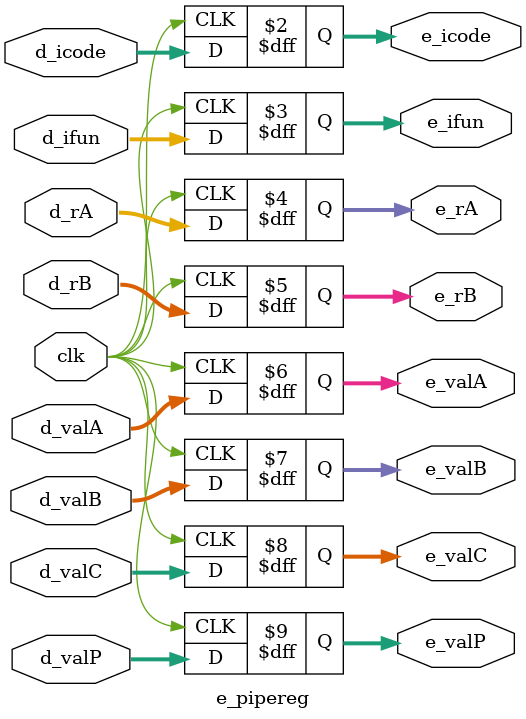
<source format=v>
`timescale 1ps/1ps

module e_pipereg(clk, d_icode, d_ifun, d_rA, d_rB, d_valC, d_valP, d_valA, d_valB, e_icode, e_ifun, e_rA, e_rB, e_valC, e_valP, e_valA, e_valB);

    parameter n = 64;
    input clk;
    input [3:0] d_icode, d_ifun;
    input [3:0] d_rA;
    input [3:0] d_rB;
    input [n-1:0] d_valA;
    input [n-1:0] d_valB;
    input [n-1:0] d_valC;
    input [n-1:0] d_valP;
    output reg [3:0] e_icode, e_ifun;
    output reg [3:0] e_rA;
    output reg [3:0] e_rB;
    output reg [n-1:0] e_valA;
    output reg [n-1:0] e_valB;
    output reg [n-1:0] e_valC;
    output reg [n-1:0] e_valP;

    always @(posedge clk)  
    begin
        e_icode <= d_icode;
        e_ifun <= d_ifun;
        e_rA <= d_rA;
        e_rB <= d_rB;
        e_valC <= d_valC;
        e_valP <= d_valP;
        e_valA <= d_valA;
        e_valB <= d_valB;
    end

endmodule

</source>
